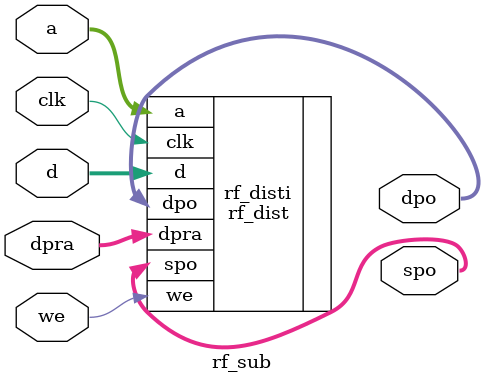
<source format=v>
/*******************************************************************************
*     This file is owned and controlled by Xilinx and must be used             *
*     solely for design, simulation, implementation and creation of            *
*     design files limited to Xilinx devices or technologies. Use              *
*     with non-Xilinx devices or technologies is expressly prohibited          *
*     and immediately terminates your license.                                 *
*                                                                              *
*     XILINX IS PROVIDING THIS DESIGN, CODE, OR INFORMATION "AS IS"            *
*     SOLELY FOR USE IN DEVELOPING PROGRAMS AND SOLUTIONS FOR                  *
*     XILINX DEVICES.  BY PROVIDING THIS DESIGN, CODE, OR INFORMATION          *
*     AS ONE POSSIBLE IMPLEMENTATION OF THIS FEATURE, APPLICATION              *
*     OR STANDARD, XILINX IS MAKING NO REPRESENTATION THAT THIS                *
*     IMPLEMENTATION IS FREE FROM ANY CLAIMS OF INFRINGEMENT,                  *
*     AND YOU ARE RESPONSIBLE FOR OBTAINING ANY RIGHTS YOU MAY REQUIRE         *
*     FOR YOUR IMPLEMENTATION.  XILINX EXPRESSLY DISCLAIMS ANY                 *
*     WARRANTY WHATSOEVER WITH RESPECT TO THE ADEQUACY OF THE                  *
*     IMPLEMENTATION, INCLUDING BUT NOT LIMITED TO ANY WARRANTIES OR           *
*     REPRESENTATIONS THAT THIS IMPLEMENTATION IS FREE FROM CLAIMS OF          *
*     INFRINGEMENT, IMPLIED WARRANTIES OF MERCHANTABILITY AND FITNESS          *
*     FOR A PARTICULAR PURPOSE.                                                *
*                                                                              *
*     Xilinx products are not intended for use in life support                 *
*     appliances, devices, or systems. Use in such applications are            *
*     expressly prohibited.                                                    *
*                                                                              *
*     (c) Copyright 1995-2009 Xilinx, Inc.                                     *
*     All rights reserved.                                                     *
*******************************************************************************/
// The synthesis directives "translate_off/translate_on" specified below are
// supported by Xilinx, Mentor Graphics and Synplicity synthesis
// tools. Ensure they are correct for your synthesis tool(s).

// You must compile the wrapper file rf_blk.v when simulating
// the core, rf_blk. When compiling the wrapper file, be sure to
// reference the XilinxCoreLib Verilog simulation library. For detailed
// instructions, please refer to the "CORE Generator Help".

`timescale 1ns/1ps

module rf_sub(
	a,
	d,
	dpra,
	clk,
	we,
	spo,
	dpo);


input [4 : 0] a;
input [31 : 0] d;
input [4 : 0] dpra;
input clk;
input we;
output [31 : 0] spo;
output [31 : 0] dpo;

rf_dist rf_disti(
	.a(a),
	.d(d),
	.dpra(dpra),
	.clk(clk),
	.we(we),
	.spo(spo),
	.dpo(dpo));


endmodule


</source>
